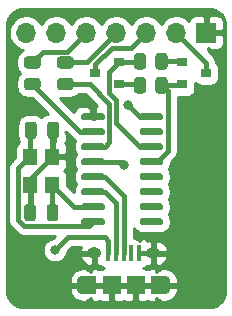
<source format=gbr>
%TF.GenerationSoftware,KiCad,Pcbnew,(5.1.7)-1*%
%TF.CreationDate,2021-02-24T18:36:54+01:00*%
%TF.ProjectId,Temperature-controller-with-ESP8266,54656d70-6572-4617-9475-72652d636f6e,rev?*%
%TF.SameCoordinates,Original*%
%TF.FileFunction,Copper,L1,Top*%
%TF.FilePolarity,Positive*%
%FSLAX46Y46*%
G04 Gerber Fmt 4.6, Leading zero omitted, Abs format (unit mm)*
G04 Created by KiCad (PCBNEW (5.1.7)-1) date 2021-02-24 18:36:54*
%MOMM*%
%LPD*%
G01*
G04 APERTURE LIST*
%TA.AperFunction,SMDPad,CuDef*%
%ADD10R,0.400000X1.350000*%
%TD*%
%TA.AperFunction,ComponentPad*%
%ADD11O,1.250000X0.950000*%
%TD*%
%TA.AperFunction,SMDPad,CuDef*%
%ADD12R,1.500000X1.550000*%
%TD*%
%TA.AperFunction,SMDPad,CuDef*%
%ADD13R,1.200000X1.550000*%
%TD*%
%TA.AperFunction,ComponentPad*%
%ADD14O,0.890000X1.550000*%
%TD*%
%TA.AperFunction,SMDPad,CuDef*%
%ADD15R,0.900000X0.800000*%
%TD*%
%TA.AperFunction,SMDPad,CuDef*%
%ADD16R,1.200000X1.400000*%
%TD*%
%TA.AperFunction,ComponentPad*%
%ADD17R,1.700000X1.700000*%
%TD*%
%TA.AperFunction,ComponentPad*%
%ADD18O,1.700000X1.700000*%
%TD*%
%TA.AperFunction,ViaPad*%
%ADD19C,0.800000*%
%TD*%
%TA.AperFunction,Conductor*%
%ADD20C,0.400000*%
%TD*%
%TA.AperFunction,Conductor*%
%ADD21C,0.600000*%
%TD*%
%TA.AperFunction,Conductor*%
%ADD22C,0.254000*%
%TD*%
%TA.AperFunction,Conductor*%
%ADD23C,0.100000*%
%TD*%
G04 APERTURE END LIST*
%TO.P,C5,2*%
%TO.N,Net-(C5-Pad2)*%
%TA.AperFunction,SMDPad,CuDef*%
G36*
G01*
X127058000Y-88298000D02*
X127058000Y-89248000D01*
G75*
G02*
X126808000Y-89498000I-250000J0D01*
G01*
X126308000Y-89498000D01*
G75*
G02*
X126058000Y-89248000I0J250000D01*
G01*
X126058000Y-88298000D01*
G75*
G02*
X126308000Y-88048000I250000J0D01*
G01*
X126808000Y-88048000D01*
G75*
G02*
X127058000Y-88298000I0J-250000D01*
G01*
G37*
%TD.AperFunction*%
%TO.P,C5,1*%
%TO.N,Net-(C5-Pad1)*%
%TA.AperFunction,SMDPad,CuDef*%
G36*
G01*
X128958000Y-88298000D02*
X128958000Y-89248000D01*
G75*
G02*
X128708000Y-89498000I-250000J0D01*
G01*
X128208000Y-89498000D01*
G75*
G02*
X127958000Y-89248000I0J250000D01*
G01*
X127958000Y-88298000D01*
G75*
G02*
X128208000Y-88048000I250000J0D01*
G01*
X128708000Y-88048000D01*
G75*
G02*
X128958000Y-88298000I0J-250000D01*
G01*
G37*
%TD.AperFunction*%
%TD*%
%TO.P,C6,1*%
%TO.N,Net-(C6-Pad1)*%
%TA.AperFunction,SMDPad,CuDef*%
G36*
G01*
X126124000Y-82263000D02*
X126124000Y-81313000D01*
G75*
G02*
X126374000Y-81063000I250000J0D01*
G01*
X126874000Y-81063000D01*
G75*
G02*
X127124000Y-81313000I0J-250000D01*
G01*
X127124000Y-82263000D01*
G75*
G02*
X126874000Y-82513000I-250000J0D01*
G01*
X126374000Y-82513000D01*
G75*
G02*
X126124000Y-82263000I0J250000D01*
G01*
G37*
%TD.AperFunction*%
%TO.P,C6,2*%
%TO.N,Net-(C5-Pad2)*%
%TA.AperFunction,SMDPad,CuDef*%
G36*
G01*
X128024000Y-82263000D02*
X128024000Y-81313000D01*
G75*
G02*
X128274000Y-81063000I250000J0D01*
G01*
X128774000Y-81063000D01*
G75*
G02*
X129024000Y-81313000I0J-250000D01*
G01*
X129024000Y-82263000D01*
G75*
G02*
X128774000Y-82513000I-250000J0D01*
G01*
X128274000Y-82513000D01*
G75*
G02*
X128024000Y-82263000I0J250000D01*
G01*
G37*
%TD.AperFunction*%
%TD*%
D10*
%TO.P,J11,1*%
%TO.N,Net-(C7-Pad1)*%
X133193000Y-92199000D03*
%TO.P,J11,2*%
%TO.N,Net-(J11-Pad2)*%
X133843000Y-92199000D03*
%TO.P,J11,3*%
%TO.N,Net-(J11-Pad3)*%
X134493000Y-92199000D03*
%TO.P,J11,4*%
%TO.N,N/C*%
X135143000Y-92199000D03*
%TO.P,J11,5*%
%TO.N,Net-(C5-Pad2)*%
X135793000Y-92199000D03*
D11*
%TO.P,J11,6*%
X131993000Y-92199000D03*
X136993000Y-92199000D03*
D12*
X133493000Y-94899000D03*
X135493000Y-94899000D03*
D13*
X131593000Y-94899000D03*
X137393000Y-94899000D03*
D14*
X130993000Y-94899000D03*
X137993000Y-94899000D03*
%TD*%
D15*
%TO.P,Q5,3*%
%TO.N,Net-(J12-Pad3)*%
X132096000Y-76962000D03*
%TO.P,Q5,2*%
%TO.N,RTS1*%
X134096000Y-76012000D03*
%TO.P,Q5,1*%
%TO.N,Net-(Q5-Pad1)*%
X134096000Y-77912000D03*
%TD*%
%TO.P,Q6,1*%
%TO.N,Net-(Q6-Pad1)*%
X139462000Y-76012000D03*
%TO.P,Q6,2*%
%TO.N,DTR1*%
X139462000Y-77912000D03*
%TO.P,Q6,3*%
%TO.N,Net-(J12-Pad2)*%
X141462000Y-76962000D03*
%TD*%
%TO.P,R18,1*%
%TO.N,Net-(J12-Pad5)*%
%TA.AperFunction,SMDPad,CuDef*%
G36*
G01*
X126295998Y-75537000D02*
X127196002Y-75537000D01*
G75*
G02*
X127446000Y-75786998I0J-249998D01*
G01*
X127446000Y-76312002D01*
G75*
G02*
X127196002Y-76562000I-249998J0D01*
G01*
X126295998Y-76562000D01*
G75*
G02*
X126046000Y-76312002I0J249998D01*
G01*
X126046000Y-75786998D01*
G75*
G02*
X126295998Y-75537000I249998J0D01*
G01*
G37*
%TD.AperFunction*%
%TO.P,R18,2*%
%TO.N,Net-(R18-Pad2)*%
%TA.AperFunction,SMDPad,CuDef*%
G36*
G01*
X126295998Y-77362000D02*
X127196002Y-77362000D01*
G75*
G02*
X127446000Y-77611998I0J-249998D01*
G01*
X127446000Y-78137002D01*
G75*
G02*
X127196002Y-78387000I-249998J0D01*
G01*
X126295998Y-78387000D01*
G75*
G02*
X126046000Y-78137002I0J249998D01*
G01*
X126046000Y-77611998D01*
G75*
G02*
X126295998Y-77362000I249998J0D01*
G01*
G37*
%TD.AperFunction*%
%TD*%
%TO.P,R19,2*%
%TO.N,Net-(J12-Pad4)*%
%TA.AperFunction,SMDPad,CuDef*%
G36*
G01*
X129990002Y-76562000D02*
X129089998Y-76562000D01*
G75*
G02*
X128840000Y-76312002I0J249998D01*
G01*
X128840000Y-75786998D01*
G75*
G02*
X129089998Y-75537000I249998J0D01*
G01*
X129990002Y-75537000D01*
G75*
G02*
X130240000Y-75786998I0J-249998D01*
G01*
X130240000Y-76312002D01*
G75*
G02*
X129990002Y-76562000I-249998J0D01*
G01*
G37*
%TD.AperFunction*%
%TO.P,R19,1*%
%TO.N,Net-(R19-Pad1)*%
%TA.AperFunction,SMDPad,CuDef*%
G36*
G01*
X129990002Y-78387000D02*
X129089998Y-78387000D01*
G75*
G02*
X128840000Y-78137002I0J249998D01*
G01*
X128840000Y-77611998D01*
G75*
G02*
X129089998Y-77362000I249998J0D01*
G01*
X129990002Y-77362000D01*
G75*
G02*
X130240000Y-77611998I0J-249998D01*
G01*
X130240000Y-78137002D01*
G75*
G02*
X129990002Y-78387000I-249998J0D01*
G01*
G37*
%TD.AperFunction*%
%TD*%
%TO.P,R20,1*%
%TO.N,Net-(Q5-Pad1)*%
%TA.AperFunction,SMDPad,CuDef*%
G36*
G01*
X135354000Y-78428002D02*
X135354000Y-77527998D01*
G75*
G02*
X135603998Y-77278000I249998J0D01*
G01*
X136129002Y-77278000D01*
G75*
G02*
X136379000Y-77527998I0J-249998D01*
G01*
X136379000Y-78428002D01*
G75*
G02*
X136129002Y-78678000I-249998J0D01*
G01*
X135603998Y-78678000D01*
G75*
G02*
X135354000Y-78428002I0J249998D01*
G01*
G37*
%TD.AperFunction*%
%TO.P,R20,2*%
%TO.N,DTR1*%
%TA.AperFunction,SMDPad,CuDef*%
G36*
G01*
X137179000Y-78428002D02*
X137179000Y-77527998D01*
G75*
G02*
X137428998Y-77278000I249998J0D01*
G01*
X137954002Y-77278000D01*
G75*
G02*
X138204000Y-77527998I0J-249998D01*
G01*
X138204000Y-78428002D01*
G75*
G02*
X137954002Y-78678000I-249998J0D01*
G01*
X137428998Y-78678000D01*
G75*
G02*
X137179000Y-78428002I0J249998D01*
G01*
G37*
%TD.AperFunction*%
%TD*%
%TO.P,R21,2*%
%TO.N,RTS1*%
%TA.AperFunction,SMDPad,CuDef*%
G36*
G01*
X136379000Y-75495998D02*
X136379000Y-76396002D01*
G75*
G02*
X136129002Y-76646000I-249998J0D01*
G01*
X135603998Y-76646000D01*
G75*
G02*
X135354000Y-76396002I0J249998D01*
G01*
X135354000Y-75495998D01*
G75*
G02*
X135603998Y-75246000I249998J0D01*
G01*
X136129002Y-75246000D01*
G75*
G02*
X136379000Y-75495998I0J-249998D01*
G01*
G37*
%TD.AperFunction*%
%TO.P,R21,1*%
%TO.N,Net-(Q6-Pad1)*%
%TA.AperFunction,SMDPad,CuDef*%
G36*
G01*
X138204000Y-75495998D02*
X138204000Y-76396002D01*
G75*
G02*
X137954002Y-76646000I-249998J0D01*
G01*
X137428998Y-76646000D01*
G75*
G02*
X137179000Y-76396002I0J249998D01*
G01*
X137179000Y-75495998D01*
G75*
G02*
X137428998Y-75246000I249998J0D01*
G01*
X137954002Y-75246000D01*
G75*
G02*
X138204000Y-75495998I0J-249998D01*
G01*
G37*
%TD.AperFunction*%
%TD*%
%TO.P,U7,1*%
%TO.N,Net-(C5-Pad2)*%
%TA.AperFunction,SMDPad,CuDef*%
G36*
G01*
X130916000Y-80795000D02*
X130916000Y-80495000D01*
G75*
G02*
X131066000Y-80345000I150000J0D01*
G01*
X132716000Y-80345000D01*
G75*
G02*
X132866000Y-80495000I0J-150000D01*
G01*
X132866000Y-80795000D01*
G75*
G02*
X132716000Y-80945000I-150000J0D01*
G01*
X131066000Y-80945000D01*
G75*
G02*
X130916000Y-80795000I0J150000D01*
G01*
G37*
%TD.AperFunction*%
%TO.P,U7,2*%
%TO.N,Net-(R18-Pad2)*%
%TA.AperFunction,SMDPad,CuDef*%
G36*
G01*
X130916000Y-82065000D02*
X130916000Y-81765000D01*
G75*
G02*
X131066000Y-81615000I150000J0D01*
G01*
X132716000Y-81615000D01*
G75*
G02*
X132866000Y-81765000I0J-150000D01*
G01*
X132866000Y-82065000D01*
G75*
G02*
X132716000Y-82215000I-150000J0D01*
G01*
X131066000Y-82215000D01*
G75*
G02*
X130916000Y-82065000I0J150000D01*
G01*
G37*
%TD.AperFunction*%
%TO.P,U7,3*%
%TO.N,Net-(R19-Pad1)*%
%TA.AperFunction,SMDPad,CuDef*%
G36*
G01*
X130916000Y-83335000D02*
X130916000Y-83035000D01*
G75*
G02*
X131066000Y-82885000I150000J0D01*
G01*
X132716000Y-82885000D01*
G75*
G02*
X132866000Y-83035000I0J-150000D01*
G01*
X132866000Y-83335000D01*
G75*
G02*
X132716000Y-83485000I-150000J0D01*
G01*
X131066000Y-83485000D01*
G75*
G02*
X130916000Y-83335000I0J150000D01*
G01*
G37*
%TD.AperFunction*%
%TO.P,U7,4*%
%TO.N,Net-(C8-Pad1)*%
%TA.AperFunction,SMDPad,CuDef*%
G36*
G01*
X130916000Y-84605000D02*
X130916000Y-84305000D01*
G75*
G02*
X131066000Y-84155000I150000J0D01*
G01*
X132716000Y-84155000D01*
G75*
G02*
X132866000Y-84305000I0J-150000D01*
G01*
X132866000Y-84605000D01*
G75*
G02*
X132716000Y-84755000I-150000J0D01*
G01*
X131066000Y-84755000D01*
G75*
G02*
X130916000Y-84605000I0J150000D01*
G01*
G37*
%TD.AperFunction*%
%TO.P,U7,5*%
%TO.N,Net-(J11-Pad3)*%
%TA.AperFunction,SMDPad,CuDef*%
G36*
G01*
X130916000Y-85875000D02*
X130916000Y-85575000D01*
G75*
G02*
X131066000Y-85425000I150000J0D01*
G01*
X132716000Y-85425000D01*
G75*
G02*
X132866000Y-85575000I0J-150000D01*
G01*
X132866000Y-85875000D01*
G75*
G02*
X132716000Y-86025000I-150000J0D01*
G01*
X131066000Y-86025000D01*
G75*
G02*
X130916000Y-85875000I0J150000D01*
G01*
G37*
%TD.AperFunction*%
%TO.P,U7,6*%
%TO.N,Net-(J11-Pad2)*%
%TA.AperFunction,SMDPad,CuDef*%
G36*
G01*
X130916000Y-87145000D02*
X130916000Y-86845000D01*
G75*
G02*
X131066000Y-86695000I150000J0D01*
G01*
X132716000Y-86695000D01*
G75*
G02*
X132866000Y-86845000I0J-150000D01*
G01*
X132866000Y-87145000D01*
G75*
G02*
X132716000Y-87295000I-150000J0D01*
G01*
X131066000Y-87295000D01*
G75*
G02*
X130916000Y-87145000I0J150000D01*
G01*
G37*
%TD.AperFunction*%
%TO.P,U7,7*%
%TO.N,Net-(C5-Pad1)*%
%TA.AperFunction,SMDPad,CuDef*%
G36*
G01*
X130916000Y-88415000D02*
X130916000Y-88115000D01*
G75*
G02*
X131066000Y-87965000I150000J0D01*
G01*
X132716000Y-87965000D01*
G75*
G02*
X132866000Y-88115000I0J-150000D01*
G01*
X132866000Y-88415000D01*
G75*
G02*
X132716000Y-88565000I-150000J0D01*
G01*
X131066000Y-88565000D01*
G75*
G02*
X130916000Y-88415000I0J150000D01*
G01*
G37*
%TD.AperFunction*%
%TO.P,U7,8*%
%TO.N,Net-(C6-Pad1)*%
%TA.AperFunction,SMDPad,CuDef*%
G36*
G01*
X130916000Y-89685000D02*
X130916000Y-89385000D01*
G75*
G02*
X131066000Y-89235000I150000J0D01*
G01*
X132716000Y-89235000D01*
G75*
G02*
X132866000Y-89385000I0J-150000D01*
G01*
X132866000Y-89685000D01*
G75*
G02*
X132716000Y-89835000I-150000J0D01*
G01*
X131066000Y-89835000D01*
G75*
G02*
X130916000Y-89685000I0J150000D01*
G01*
G37*
%TD.AperFunction*%
%TO.P,U7,9*%
%TO.N,N/C*%
%TA.AperFunction,SMDPad,CuDef*%
G36*
G01*
X135866000Y-89685000D02*
X135866000Y-89385000D01*
G75*
G02*
X136016000Y-89235000I150000J0D01*
G01*
X137666000Y-89235000D01*
G75*
G02*
X137816000Y-89385000I0J-150000D01*
G01*
X137816000Y-89685000D01*
G75*
G02*
X137666000Y-89835000I-150000J0D01*
G01*
X136016000Y-89835000D01*
G75*
G02*
X135866000Y-89685000I0J150000D01*
G01*
G37*
%TD.AperFunction*%
%TO.P,U7,10*%
%TA.AperFunction,SMDPad,CuDef*%
G36*
G01*
X135866000Y-88415000D02*
X135866000Y-88115000D01*
G75*
G02*
X136016000Y-87965000I150000J0D01*
G01*
X137666000Y-87965000D01*
G75*
G02*
X137816000Y-88115000I0J-150000D01*
G01*
X137816000Y-88415000D01*
G75*
G02*
X137666000Y-88565000I-150000J0D01*
G01*
X136016000Y-88565000D01*
G75*
G02*
X135866000Y-88415000I0J150000D01*
G01*
G37*
%TD.AperFunction*%
%TO.P,U7,11*%
%TA.AperFunction,SMDPad,CuDef*%
G36*
G01*
X135866000Y-87145000D02*
X135866000Y-86845000D01*
G75*
G02*
X136016000Y-86695000I150000J0D01*
G01*
X137666000Y-86695000D01*
G75*
G02*
X137816000Y-86845000I0J-150000D01*
G01*
X137816000Y-87145000D01*
G75*
G02*
X137666000Y-87295000I-150000J0D01*
G01*
X136016000Y-87295000D01*
G75*
G02*
X135866000Y-87145000I0J150000D01*
G01*
G37*
%TD.AperFunction*%
%TO.P,U7,12*%
%TA.AperFunction,SMDPad,CuDef*%
G36*
G01*
X135866000Y-85875000D02*
X135866000Y-85575000D01*
G75*
G02*
X136016000Y-85425000I150000J0D01*
G01*
X137666000Y-85425000D01*
G75*
G02*
X137816000Y-85575000I0J-150000D01*
G01*
X137816000Y-85875000D01*
G75*
G02*
X137666000Y-86025000I-150000J0D01*
G01*
X136016000Y-86025000D01*
G75*
G02*
X135866000Y-85875000I0J150000D01*
G01*
G37*
%TD.AperFunction*%
%TO.P,U7,13*%
%TO.N,DTR1*%
%TA.AperFunction,SMDPad,CuDef*%
G36*
G01*
X135866000Y-84605000D02*
X135866000Y-84305000D01*
G75*
G02*
X136016000Y-84155000I150000J0D01*
G01*
X137666000Y-84155000D01*
G75*
G02*
X137816000Y-84305000I0J-150000D01*
G01*
X137816000Y-84605000D01*
G75*
G02*
X137666000Y-84755000I-150000J0D01*
G01*
X136016000Y-84755000D01*
G75*
G02*
X135866000Y-84605000I0J150000D01*
G01*
G37*
%TD.AperFunction*%
%TO.P,U7,14*%
%TO.N,RTS1*%
%TA.AperFunction,SMDPad,CuDef*%
G36*
G01*
X135866000Y-83335000D02*
X135866000Y-83035000D01*
G75*
G02*
X136016000Y-82885000I150000J0D01*
G01*
X137666000Y-82885000D01*
G75*
G02*
X137816000Y-83035000I0J-150000D01*
G01*
X137816000Y-83335000D01*
G75*
G02*
X137666000Y-83485000I-150000J0D01*
G01*
X136016000Y-83485000D01*
G75*
G02*
X135866000Y-83335000I0J150000D01*
G01*
G37*
%TD.AperFunction*%
%TO.P,U7,15*%
%TO.N,N/C*%
%TA.AperFunction,SMDPad,CuDef*%
G36*
G01*
X135866000Y-82065000D02*
X135866000Y-81765000D01*
G75*
G02*
X136016000Y-81615000I150000J0D01*
G01*
X137666000Y-81615000D01*
G75*
G02*
X137816000Y-81765000I0J-150000D01*
G01*
X137816000Y-82065000D01*
G75*
G02*
X137666000Y-82215000I-150000J0D01*
G01*
X136016000Y-82215000D01*
G75*
G02*
X135866000Y-82065000I0J150000D01*
G01*
G37*
%TD.AperFunction*%
%TO.P,U7,16*%
%TO.N,Net-(C8-Pad1)*%
%TA.AperFunction,SMDPad,CuDef*%
G36*
G01*
X135866000Y-80795000D02*
X135866000Y-80495000D01*
G75*
G02*
X136016000Y-80345000I150000J0D01*
G01*
X137666000Y-80345000D01*
G75*
G02*
X137816000Y-80495000I0J-150000D01*
G01*
X137816000Y-80795000D01*
G75*
G02*
X137666000Y-80945000I-150000J0D01*
G01*
X136016000Y-80945000D01*
G75*
G02*
X135866000Y-80795000I0J150000D01*
G01*
G37*
%TD.AperFunction*%
%TD*%
D16*
%TO.P,Y2,1*%
%TO.N,Net-(C5-Pad1)*%
X128458000Y-86417000D03*
%TO.P,Y2,2*%
%TO.N,Net-(C5-Pad2)*%
X128458000Y-84017000D03*
%TO.P,Y2,3*%
%TO.N,Net-(C6-Pad1)*%
X126558000Y-84017000D03*
%TO.P,Y2,4*%
%TO.N,Net-(C5-Pad2)*%
X126558000Y-86417000D03*
%TD*%
D17*
%TO.P,J12,1*%
%TO.N,Net-(C5-Pad2)*%
X141478000Y-73533000D03*
D18*
%TO.P,J12,2*%
%TO.N,Net-(J12-Pad2)*%
X138938000Y-73533000D03*
%TO.P,J12,3*%
%TO.N,Net-(J12-Pad3)*%
X136398000Y-73533000D03*
%TO.P,J12,4*%
%TO.N,Net-(J12-Pad4)*%
X133858000Y-73533000D03*
%TO.P,J12,5*%
%TO.N,Net-(J12-Pad5)*%
X131318000Y-73533000D03*
%TO.P,J12,6*%
%TO.N,Net-(C8-Pad1)*%
X128778000Y-73533000D03*
%TO.P,J12,7*%
%TO.N,Net-(C7-Pad1)*%
X126238000Y-73533000D03*
%TD*%
D19*
%TO.N,Net-(C7-Pad1)*%
X128651000Y-91948000D03*
%TO.N,Net-(C8-Pad1)*%
X134874000Y-79629000D03*
X134493000Y-84709000D03*
%TO.N,Net-(C5-Pad2)*%
X139573000Y-79375000D03*
X129921000Y-84074000D03*
X131191000Y-79248000D03*
%TD*%
D20*
%TO.N,Net-(C5-Pad1)*%
X128458000Y-86417000D02*
X128458000Y-88773000D01*
X130306000Y-88265000D02*
X128458000Y-86417000D01*
X131891000Y-88265000D02*
X130306000Y-88265000D01*
%TO.N,Net-(C6-Pad1)*%
X126558000Y-81854000D02*
X126624000Y-81788000D01*
X126558000Y-84017000D02*
X126558000Y-81854000D01*
X125557999Y-85017001D02*
X126558000Y-84017000D01*
X125557999Y-89417255D02*
X125557999Y-85017001D01*
X126038754Y-89898010D02*
X125557999Y-89417255D01*
X131527990Y-89898010D02*
X126038754Y-89898010D01*
X131891000Y-89535000D02*
X131527990Y-89898010D01*
%TO.N,Net-(C7-Pad1)*%
X128651000Y-91948000D02*
X129794000Y-90805000D01*
X133193000Y-91124000D02*
X133193000Y-92199000D01*
X132874000Y-90805000D02*
X133193000Y-91124000D01*
X129794000Y-90805000D02*
X132874000Y-90805000D01*
%TO.N,Net-(C8-Pad1)*%
X135890000Y-80645000D02*
X134874000Y-79629000D01*
X136841000Y-80645000D02*
X135890000Y-80645000D01*
X134239000Y-84455000D02*
X134493000Y-84709000D01*
X131891000Y-84455000D02*
X134239000Y-84455000D01*
%TO.N,Net-(J11-Pad2)*%
X132866000Y-86995000D02*
X131891000Y-86995000D01*
X133843000Y-87972000D02*
X132866000Y-86995000D01*
X133843000Y-92199000D02*
X133843000Y-87972000D01*
%TO.N,Net-(J11-Pad3)*%
X132866000Y-85725000D02*
X131891000Y-85725000D01*
X134493000Y-87352000D02*
X132866000Y-85725000D01*
X134493000Y-92199000D02*
X134493000Y-87352000D01*
%TO.N,Net-(J12-Pad2)*%
X141462000Y-76057000D02*
X141462000Y-76962000D01*
X138938000Y-73533000D02*
X141462000Y-76057000D01*
%TO.N,Net-(J12-Pad3)*%
X135147999Y-74783001D02*
X136398000Y-73533000D01*
X133474999Y-74783001D02*
X135147999Y-74783001D01*
X132096000Y-76162000D02*
X133474999Y-74783001D01*
X132096000Y-76962000D02*
X132096000Y-76162000D01*
%TO.N,Net-(J12-Pad4)*%
X131341500Y-76049500D02*
X133858000Y-73533000D01*
X129540000Y-76049500D02*
X131341500Y-76049500D01*
%TO.N,Net-(J12-Pad5)*%
X129714010Y-75136990D02*
X131318000Y-73533000D01*
X127658510Y-75136990D02*
X129714010Y-75136990D01*
X126746000Y-76049500D02*
X127658510Y-75136990D01*
%TO.N,RTS1*%
X135800500Y-76012000D02*
X135866500Y-75946000D01*
X134096000Y-76012000D02*
X135800500Y-76012000D01*
X133245999Y-76862001D02*
X134096000Y-76012000D01*
X133866020Y-79252022D02*
X133245999Y-78632001D01*
X133866020Y-81185020D02*
X133866020Y-79252022D01*
X135866000Y-83185000D02*
X133866020Y-81185020D01*
X133245999Y-78632001D02*
X133245999Y-76862001D01*
X136841000Y-83185000D02*
X135866000Y-83185000D01*
%TO.N,Net-(Q5-Pad1)*%
X135800500Y-77912000D02*
X135866500Y-77978000D01*
X134096000Y-77912000D02*
X135800500Y-77912000D01*
%TO.N,Net-(Q6-Pad1)*%
X139396000Y-75946000D02*
X139462000Y-76012000D01*
X137691500Y-75946000D02*
X139396000Y-75946000D01*
%TO.N,DTR1*%
X139396000Y-77978000D02*
X139462000Y-77912000D01*
X137691500Y-77978000D02*
X139396000Y-77978000D01*
X137323834Y-84455000D02*
X136841000Y-84455000D01*
X138216010Y-83562824D02*
X137323834Y-84455000D01*
X138216010Y-78502510D02*
X138216010Y-83562824D01*
X137691500Y-77978000D02*
X138216010Y-78502510D01*
%TO.N,Net-(C5-Pad2)*%
X126558000Y-86417000D02*
X126558000Y-88773000D01*
X128458000Y-81854000D02*
X128524000Y-81788000D01*
X128458000Y-84017000D02*
X128458000Y-81854000D01*
X126558000Y-85917000D02*
X128458000Y-84017000D01*
X126558000Y-86417000D02*
X126558000Y-85917000D01*
X136993000Y-92199000D02*
X135793000Y-92199000D01*
D21*
X131891000Y-79948000D02*
X131191000Y-79248000D01*
X131891000Y-80645000D02*
X131891000Y-79948000D01*
D20*
%TO.N,Net-(R18-Pad2)*%
X130786500Y-81915000D02*
X126746000Y-77874500D01*
X131891000Y-81915000D02*
X130786500Y-81915000D01*
%TO.N,Net-(R19-Pad1)*%
X132866000Y-83185000D02*
X131891000Y-83185000D01*
X133266010Y-82784990D02*
X132866000Y-83185000D01*
X133266010Y-79545010D02*
X133266010Y-82784990D01*
X131595500Y-77874500D02*
X133266010Y-79545010D01*
X129540000Y-77874500D02*
X131595500Y-77874500D01*
%TD*%
D22*
%TO.N,Net-(C5-Pad2)*%
X141997875Y-71555234D02*
X142253622Y-71632448D01*
X142489504Y-71757869D01*
X142696530Y-71926716D01*
X142866813Y-72132554D01*
X142993879Y-72367556D01*
X143072876Y-72622756D01*
X143104001Y-72918891D01*
X143104000Y-95344721D01*
X143074766Y-95642876D01*
X142997551Y-95898624D01*
X142872131Y-96134504D01*
X142703289Y-96341525D01*
X142497446Y-96511813D01*
X142262444Y-96638879D01*
X142007240Y-96717877D01*
X141711118Y-96749000D01*
X126016279Y-96749000D01*
X125718124Y-96719766D01*
X125462376Y-96642551D01*
X125226496Y-96517131D01*
X125019475Y-96348289D01*
X124849187Y-96142446D01*
X124722121Y-95907444D01*
X124643123Y-95652240D01*
X124612000Y-95356118D01*
X124612000Y-95026000D01*
X129913000Y-95026000D01*
X129913000Y-95356000D01*
X129958528Y-95564257D01*
X130043810Y-95759631D01*
X130165569Y-95934613D01*
X130319126Y-96082479D01*
X130498580Y-96197546D01*
X130699787Y-96268435D01*
X130723770Y-96250113D01*
X130748820Y-96263502D01*
X130865998Y-96299048D01*
X130865998Y-96309000D01*
X130961808Y-96309000D01*
X130993000Y-96312072D01*
X131307250Y-96309000D01*
X131381325Y-96234925D01*
X131487420Y-96197546D01*
X131666874Y-96082479D01*
X131720000Y-96031322D01*
X131720000Y-96150250D01*
X131878750Y-96309000D01*
X132193000Y-96312072D01*
X132317482Y-96299812D01*
X132437180Y-96263502D01*
X132468000Y-96247028D01*
X132498820Y-96263502D01*
X132618518Y-96299812D01*
X132743000Y-96312072D01*
X133207250Y-96309000D01*
X133366000Y-96150250D01*
X133366000Y-95026000D01*
X133620000Y-95026000D01*
X133620000Y-96150250D01*
X133778750Y-96309000D01*
X134243000Y-96312072D01*
X134367482Y-96299812D01*
X134487180Y-96263502D01*
X134493000Y-96260391D01*
X134498820Y-96263502D01*
X134618518Y-96299812D01*
X134743000Y-96312072D01*
X135207250Y-96309000D01*
X135366000Y-96150250D01*
X135366000Y-95026000D01*
X135620000Y-95026000D01*
X135620000Y-96150250D01*
X135778750Y-96309000D01*
X136243000Y-96312072D01*
X136367482Y-96299812D01*
X136487180Y-96263502D01*
X136518000Y-96247028D01*
X136548820Y-96263502D01*
X136668518Y-96299812D01*
X136793000Y-96312072D01*
X137107250Y-96309000D01*
X137266000Y-96150250D01*
X137266000Y-96031322D01*
X137319126Y-96082479D01*
X137498580Y-96197546D01*
X137604675Y-96234925D01*
X137678750Y-96309000D01*
X137993000Y-96312072D01*
X138024192Y-96309000D01*
X138120002Y-96309000D01*
X138120002Y-96299048D01*
X138237180Y-96263502D01*
X138262230Y-96250113D01*
X138286213Y-96268435D01*
X138487420Y-96197546D01*
X138666874Y-96082479D01*
X138820431Y-95934613D01*
X138942190Y-95759631D01*
X139027472Y-95564257D01*
X139073000Y-95356000D01*
X139073000Y-95026000D01*
X135620000Y-95026000D01*
X135366000Y-95026000D01*
X133620000Y-95026000D01*
X133366000Y-95026000D01*
X129913000Y-95026000D01*
X124612000Y-95026000D01*
X124612000Y-85017001D01*
X124718959Y-85017001D01*
X124723000Y-85058029D01*
X124722999Y-89376236D01*
X124718959Y-89417255D01*
X124722999Y-89458273D01*
X124735081Y-89580943D01*
X124782827Y-89738341D01*
X124860363Y-89883400D01*
X124964708Y-90010546D01*
X124996578Y-90036701D01*
X125419308Y-90459431D01*
X125445463Y-90491301D01*
X125572608Y-90595646D01*
X125717667Y-90673182D01*
X125875065Y-90720928D01*
X125997735Y-90733010D01*
X125997737Y-90733010D01*
X126038753Y-90737050D01*
X126079769Y-90733010D01*
X128685122Y-90733010D01*
X128494225Y-90923907D01*
X128349102Y-90952774D01*
X128160744Y-91030795D01*
X127991226Y-91144063D01*
X127847063Y-91288226D01*
X127733795Y-91457744D01*
X127655774Y-91646102D01*
X127616000Y-91846061D01*
X127616000Y-92049939D01*
X127655774Y-92249898D01*
X127733795Y-92438256D01*
X127847063Y-92607774D01*
X127991226Y-92751937D01*
X128160744Y-92865205D01*
X128349102Y-92943226D01*
X128549061Y-92983000D01*
X128752939Y-92983000D01*
X128952898Y-92943226D01*
X129141256Y-92865205D01*
X129310774Y-92751937D01*
X129454937Y-92607774D01*
X129528995Y-92496938D01*
X130773732Y-92496938D01*
X130843397Y-92685150D01*
X130957447Y-92870822D01*
X131105529Y-93030676D01*
X131281951Y-93158569D01*
X131479934Y-93249586D01*
X131691869Y-93300230D01*
X131866000Y-93151564D01*
X131866000Y-92326000D01*
X130900266Y-92326000D01*
X130773732Y-92496938D01*
X129528995Y-92496938D01*
X129568205Y-92438256D01*
X129646226Y-92249898D01*
X129675093Y-92104775D01*
X130139868Y-91640000D01*
X130888145Y-91640000D01*
X130843397Y-91712850D01*
X130773732Y-91901062D01*
X130900266Y-92072000D01*
X131866000Y-92072000D01*
X131866000Y-92052000D01*
X132120000Y-92052000D01*
X132120000Y-92072000D01*
X132140000Y-92072000D01*
X132140000Y-92326000D01*
X132120000Y-92326000D01*
X132120000Y-93151564D01*
X132294131Y-93300230D01*
X132484084Y-93254839D01*
X132541815Y-93325185D01*
X132638506Y-93404537D01*
X132748820Y-93463502D01*
X132824527Y-93486467D01*
X132743000Y-93485928D01*
X132618518Y-93498188D01*
X132498820Y-93534498D01*
X132468000Y-93550972D01*
X132437180Y-93534498D01*
X132317482Y-93498188D01*
X132193000Y-93485928D01*
X131878750Y-93489000D01*
X131720000Y-93647750D01*
X131720000Y-93766678D01*
X131666874Y-93715521D01*
X131487420Y-93600454D01*
X131381325Y-93563075D01*
X131307250Y-93489000D01*
X130993000Y-93485928D01*
X130961808Y-93489000D01*
X130865998Y-93489000D01*
X130865998Y-93498952D01*
X130748820Y-93534498D01*
X130723770Y-93547887D01*
X130699787Y-93529565D01*
X130498580Y-93600454D01*
X130319126Y-93715521D01*
X130165569Y-93863387D01*
X130043810Y-94038369D01*
X129958528Y-94233743D01*
X129913000Y-94442000D01*
X129913000Y-94772000D01*
X133366000Y-94772000D01*
X133366000Y-94752000D01*
X133620000Y-94752000D01*
X133620000Y-94772000D01*
X135366000Y-94772000D01*
X135366000Y-94752000D01*
X135620000Y-94752000D01*
X135620000Y-94772000D01*
X139073000Y-94772000D01*
X139073000Y-94442000D01*
X139027472Y-94233743D01*
X138942190Y-94038369D01*
X138820431Y-93863387D01*
X138666874Y-93715521D01*
X138487420Y-93600454D01*
X138286213Y-93529565D01*
X138262230Y-93547887D01*
X138237180Y-93534498D01*
X138120002Y-93498952D01*
X138120002Y-93489000D01*
X138024192Y-93489000D01*
X137993000Y-93485928D01*
X137678750Y-93489000D01*
X137604675Y-93563075D01*
X137498580Y-93600454D01*
X137319126Y-93715521D01*
X137266000Y-93766678D01*
X137266000Y-93647750D01*
X137107250Y-93489000D01*
X136793000Y-93485928D01*
X136668518Y-93498188D01*
X136548820Y-93534498D01*
X136518000Y-93550972D01*
X136487180Y-93534498D01*
X136367482Y-93498188D01*
X136243000Y-93485928D01*
X136162629Y-93486460D01*
X136246576Y-93459521D01*
X136355933Y-93398800D01*
X136451343Y-93317912D01*
X136501515Y-93254743D01*
X136691869Y-93300230D01*
X136866000Y-93151564D01*
X136866000Y-92326000D01*
X137120000Y-92326000D01*
X137120000Y-93151564D01*
X137294131Y-93300230D01*
X137506066Y-93249586D01*
X137704049Y-93158569D01*
X137880471Y-93030676D01*
X138028553Y-92870822D01*
X138142603Y-92685150D01*
X138212268Y-92496938D01*
X138085734Y-92326000D01*
X137120000Y-92326000D01*
X136866000Y-92326000D01*
X136846000Y-92326000D01*
X136846000Y-92072000D01*
X136866000Y-92072000D01*
X136866000Y-91246436D01*
X137120000Y-91246436D01*
X137120000Y-92072000D01*
X138085734Y-92072000D01*
X138212268Y-91901062D01*
X138142603Y-91712850D01*
X138028553Y-91527178D01*
X137880471Y-91367324D01*
X137704049Y-91239431D01*
X137506066Y-91148414D01*
X137294131Y-91097770D01*
X137120000Y-91246436D01*
X136866000Y-91246436D01*
X136691869Y-91097770D01*
X136501515Y-91143257D01*
X136451343Y-91080088D01*
X136355933Y-90999200D01*
X136246576Y-90938479D01*
X136127474Y-90900259D01*
X136024750Y-90889000D01*
X135866000Y-91047750D01*
X135866000Y-91160322D01*
X135794185Y-91072815D01*
X135697494Y-90993463D01*
X135629218Y-90956968D01*
X135561250Y-90889000D01*
X135470120Y-90898988D01*
X135467482Y-90898188D01*
X135343000Y-90885928D01*
X135328000Y-90885928D01*
X135328000Y-90061573D01*
X135360742Y-90122829D01*
X135458749Y-90242251D01*
X135578171Y-90340258D01*
X135714418Y-90413084D01*
X135862255Y-90457929D01*
X136016000Y-90473072D01*
X137666000Y-90473072D01*
X137819745Y-90457929D01*
X137967582Y-90413084D01*
X138103829Y-90340258D01*
X138223251Y-90242251D01*
X138321258Y-90122829D01*
X138394084Y-89986582D01*
X138438929Y-89838745D01*
X138454072Y-89685000D01*
X138454072Y-89385000D01*
X138438929Y-89231255D01*
X138394084Y-89083418D01*
X138321258Y-88947171D01*
X138282546Y-88900000D01*
X138321258Y-88852829D01*
X138394084Y-88716582D01*
X138438929Y-88568745D01*
X138454072Y-88415000D01*
X138454072Y-88115000D01*
X138438929Y-87961255D01*
X138394084Y-87813418D01*
X138321258Y-87677171D01*
X138282546Y-87630000D01*
X138321258Y-87582829D01*
X138394084Y-87446582D01*
X138438929Y-87298745D01*
X138454072Y-87145000D01*
X138454072Y-86845000D01*
X138438929Y-86691255D01*
X138394084Y-86543418D01*
X138321258Y-86407171D01*
X138282546Y-86360000D01*
X138321258Y-86312829D01*
X138394084Y-86176582D01*
X138438929Y-86028745D01*
X138454072Y-85875000D01*
X138454072Y-85575000D01*
X138438929Y-85421255D01*
X138394084Y-85273418D01*
X138321258Y-85137171D01*
X138282546Y-85090000D01*
X138321258Y-85042829D01*
X138394084Y-84906582D01*
X138438929Y-84758745D01*
X138454072Y-84605000D01*
X138454072Y-84505630D01*
X138777436Y-84182266D01*
X138809301Y-84156115D01*
X138913646Y-84028970D01*
X138991182Y-83883911D01*
X139038928Y-83726513D01*
X139051010Y-83603843D01*
X139051010Y-83603833D01*
X139055049Y-83562825D01*
X139051010Y-83521817D01*
X139051010Y-78950072D01*
X139912000Y-78950072D01*
X140036482Y-78937812D01*
X140156180Y-78901502D01*
X140266494Y-78842537D01*
X140363185Y-78763185D01*
X140442537Y-78666494D01*
X140501502Y-78556180D01*
X140537812Y-78436482D01*
X140550072Y-78312000D01*
X140550072Y-77800095D01*
X140560815Y-77813185D01*
X140657506Y-77892537D01*
X140767820Y-77951502D01*
X140887518Y-77987812D01*
X141012000Y-78000072D01*
X141912000Y-78000072D01*
X142036482Y-77987812D01*
X142156180Y-77951502D01*
X142266494Y-77892537D01*
X142363185Y-77813185D01*
X142442537Y-77716494D01*
X142501502Y-77606180D01*
X142537812Y-77486482D01*
X142550072Y-77362000D01*
X142550072Y-76562000D01*
X142537812Y-76437518D01*
X142501502Y-76317820D01*
X142442537Y-76207506D01*
X142363185Y-76110815D01*
X142300783Y-76059604D01*
X142301040Y-76056999D01*
X142284918Y-75893311D01*
X142237172Y-75735913D01*
X142159636Y-75590854D01*
X142122706Y-75545855D01*
X142055291Y-75463709D01*
X142023428Y-75437560D01*
X141603868Y-75018000D01*
X141605002Y-75018000D01*
X141605002Y-74859252D01*
X141763750Y-75018000D01*
X142328000Y-75021072D01*
X142452482Y-75008812D01*
X142572180Y-74972502D01*
X142682494Y-74913537D01*
X142779185Y-74834185D01*
X142858537Y-74737494D01*
X142917502Y-74627180D01*
X142953812Y-74507482D01*
X142966072Y-74383000D01*
X142963000Y-73818750D01*
X142804250Y-73660000D01*
X141605000Y-73660000D01*
X141605000Y-73680000D01*
X141351000Y-73680000D01*
X141351000Y-73660000D01*
X141331000Y-73660000D01*
X141331000Y-73406000D01*
X141351000Y-73406000D01*
X141351000Y-72206750D01*
X141605000Y-72206750D01*
X141605000Y-73406000D01*
X142804250Y-73406000D01*
X142963000Y-73247250D01*
X142966072Y-72683000D01*
X142953812Y-72558518D01*
X142917502Y-72438820D01*
X142858537Y-72328506D01*
X142779185Y-72231815D01*
X142682494Y-72152463D01*
X142572180Y-72093498D01*
X142452482Y-72057188D01*
X142328000Y-72044928D01*
X141763750Y-72048000D01*
X141605000Y-72206750D01*
X141351000Y-72206750D01*
X141192250Y-72048000D01*
X140628000Y-72044928D01*
X140503518Y-72057188D01*
X140383820Y-72093498D01*
X140273506Y-72152463D01*
X140176815Y-72231815D01*
X140097463Y-72328506D01*
X140038498Y-72438820D01*
X140016487Y-72511380D01*
X139884632Y-72379525D01*
X139641411Y-72217010D01*
X139371158Y-72105068D01*
X139084260Y-72048000D01*
X138791740Y-72048000D01*
X138504842Y-72105068D01*
X138234589Y-72217010D01*
X137991368Y-72379525D01*
X137784525Y-72586368D01*
X137668000Y-72760760D01*
X137551475Y-72586368D01*
X137344632Y-72379525D01*
X137101411Y-72217010D01*
X136831158Y-72105068D01*
X136544260Y-72048000D01*
X136251740Y-72048000D01*
X135964842Y-72105068D01*
X135694589Y-72217010D01*
X135451368Y-72379525D01*
X135244525Y-72586368D01*
X135128000Y-72760760D01*
X135011475Y-72586368D01*
X134804632Y-72379525D01*
X134561411Y-72217010D01*
X134291158Y-72105068D01*
X134004260Y-72048000D01*
X133711740Y-72048000D01*
X133424842Y-72105068D01*
X133154589Y-72217010D01*
X132911368Y-72379525D01*
X132704525Y-72586368D01*
X132588000Y-72760760D01*
X132471475Y-72586368D01*
X132264632Y-72379525D01*
X132021411Y-72217010D01*
X131751158Y-72105068D01*
X131464260Y-72048000D01*
X131171740Y-72048000D01*
X130884842Y-72105068D01*
X130614589Y-72217010D01*
X130371368Y-72379525D01*
X130164525Y-72586368D01*
X130048000Y-72760760D01*
X129931475Y-72586368D01*
X129724632Y-72379525D01*
X129481411Y-72217010D01*
X129211158Y-72105068D01*
X128924260Y-72048000D01*
X128631740Y-72048000D01*
X128344842Y-72105068D01*
X128074589Y-72217010D01*
X127831368Y-72379525D01*
X127624525Y-72586368D01*
X127508000Y-72760760D01*
X127391475Y-72586368D01*
X127184632Y-72379525D01*
X126941411Y-72217010D01*
X126671158Y-72105068D01*
X126384260Y-72048000D01*
X126091740Y-72048000D01*
X125804842Y-72105068D01*
X125534589Y-72217010D01*
X125291368Y-72379525D01*
X125084525Y-72586368D01*
X124922010Y-72829589D01*
X124810068Y-73099842D01*
X124753000Y-73386740D01*
X124753000Y-73679260D01*
X124810068Y-73966158D01*
X124922010Y-74236411D01*
X125084525Y-74479632D01*
X125291368Y-74686475D01*
X125534589Y-74848990D01*
X125804842Y-74960932D01*
X125922742Y-74984384D01*
X125802613Y-75048595D01*
X125668038Y-75159038D01*
X125557595Y-75293613D01*
X125475528Y-75447148D01*
X125424992Y-75613744D01*
X125407928Y-75786998D01*
X125407928Y-76312002D01*
X125424992Y-76485256D01*
X125475528Y-76651852D01*
X125557595Y-76805387D01*
X125668038Y-76939962D01*
X125694891Y-76962000D01*
X125668038Y-76984038D01*
X125557595Y-77118613D01*
X125475528Y-77272148D01*
X125424992Y-77438744D01*
X125407928Y-77611998D01*
X125407928Y-78137002D01*
X125424992Y-78310256D01*
X125475528Y-78476852D01*
X125557595Y-78630387D01*
X125668038Y-78764962D01*
X125802613Y-78875405D01*
X125956148Y-78957472D01*
X126122744Y-79008008D01*
X126295998Y-79025072D01*
X126715705Y-79025072D01*
X128116892Y-80426260D01*
X128024000Y-80424928D01*
X127899518Y-80437188D01*
X127779820Y-80473498D01*
X127669506Y-80532463D01*
X127572815Y-80611815D01*
X127507342Y-80691594D01*
X127501962Y-80685038D01*
X127367386Y-80574595D01*
X127213850Y-80492528D01*
X127047254Y-80441992D01*
X126874000Y-80424928D01*
X126374000Y-80424928D01*
X126200746Y-80441992D01*
X126034150Y-80492528D01*
X125880614Y-80574595D01*
X125746038Y-80685038D01*
X125635595Y-80819614D01*
X125553528Y-80973150D01*
X125502992Y-81139746D01*
X125485928Y-81313000D01*
X125485928Y-82263000D01*
X125502992Y-82436254D01*
X125553528Y-82602850D01*
X125635595Y-82756386D01*
X125642968Y-82765370D01*
X125603506Y-82786463D01*
X125506815Y-82865815D01*
X125427463Y-82962506D01*
X125368498Y-83072820D01*
X125332188Y-83192518D01*
X125319928Y-83317000D01*
X125319928Y-84074205D01*
X124996573Y-84397560D01*
X124964709Y-84423710D01*
X124938561Y-84455572D01*
X124860363Y-84550856D01*
X124782827Y-84695915D01*
X124735081Y-84853313D01*
X124718959Y-85017001D01*
X124612000Y-85017001D01*
X124612000Y-72930279D01*
X124641234Y-72632125D01*
X124718448Y-72376378D01*
X124843869Y-72140496D01*
X125012716Y-71933470D01*
X125218554Y-71763187D01*
X125453556Y-71636121D01*
X125708756Y-71557124D01*
X126004882Y-71526000D01*
X141699721Y-71526000D01*
X141997875Y-71555234D01*
%TA.AperFunction,Conductor*%
D23*
G36*
X141997875Y-71555234D02*
G01*
X142253622Y-71632448D01*
X142489504Y-71757869D01*
X142696530Y-71926716D01*
X142866813Y-72132554D01*
X142993879Y-72367556D01*
X143072876Y-72622756D01*
X143104001Y-72918891D01*
X143104000Y-95344721D01*
X143074766Y-95642876D01*
X142997551Y-95898624D01*
X142872131Y-96134504D01*
X142703289Y-96341525D01*
X142497446Y-96511813D01*
X142262444Y-96638879D01*
X142007240Y-96717877D01*
X141711118Y-96749000D01*
X126016279Y-96749000D01*
X125718124Y-96719766D01*
X125462376Y-96642551D01*
X125226496Y-96517131D01*
X125019475Y-96348289D01*
X124849187Y-96142446D01*
X124722121Y-95907444D01*
X124643123Y-95652240D01*
X124612000Y-95356118D01*
X124612000Y-95026000D01*
X129913000Y-95026000D01*
X129913000Y-95356000D01*
X129958528Y-95564257D01*
X130043810Y-95759631D01*
X130165569Y-95934613D01*
X130319126Y-96082479D01*
X130498580Y-96197546D01*
X130699787Y-96268435D01*
X130723770Y-96250113D01*
X130748820Y-96263502D01*
X130865998Y-96299048D01*
X130865998Y-96309000D01*
X130961808Y-96309000D01*
X130993000Y-96312072D01*
X131307250Y-96309000D01*
X131381325Y-96234925D01*
X131487420Y-96197546D01*
X131666874Y-96082479D01*
X131720000Y-96031322D01*
X131720000Y-96150250D01*
X131878750Y-96309000D01*
X132193000Y-96312072D01*
X132317482Y-96299812D01*
X132437180Y-96263502D01*
X132468000Y-96247028D01*
X132498820Y-96263502D01*
X132618518Y-96299812D01*
X132743000Y-96312072D01*
X133207250Y-96309000D01*
X133366000Y-96150250D01*
X133366000Y-95026000D01*
X133620000Y-95026000D01*
X133620000Y-96150250D01*
X133778750Y-96309000D01*
X134243000Y-96312072D01*
X134367482Y-96299812D01*
X134487180Y-96263502D01*
X134493000Y-96260391D01*
X134498820Y-96263502D01*
X134618518Y-96299812D01*
X134743000Y-96312072D01*
X135207250Y-96309000D01*
X135366000Y-96150250D01*
X135366000Y-95026000D01*
X135620000Y-95026000D01*
X135620000Y-96150250D01*
X135778750Y-96309000D01*
X136243000Y-96312072D01*
X136367482Y-96299812D01*
X136487180Y-96263502D01*
X136518000Y-96247028D01*
X136548820Y-96263502D01*
X136668518Y-96299812D01*
X136793000Y-96312072D01*
X137107250Y-96309000D01*
X137266000Y-96150250D01*
X137266000Y-96031322D01*
X137319126Y-96082479D01*
X137498580Y-96197546D01*
X137604675Y-96234925D01*
X137678750Y-96309000D01*
X137993000Y-96312072D01*
X138024192Y-96309000D01*
X138120002Y-96309000D01*
X138120002Y-96299048D01*
X138237180Y-96263502D01*
X138262230Y-96250113D01*
X138286213Y-96268435D01*
X138487420Y-96197546D01*
X138666874Y-96082479D01*
X138820431Y-95934613D01*
X138942190Y-95759631D01*
X139027472Y-95564257D01*
X139073000Y-95356000D01*
X139073000Y-95026000D01*
X135620000Y-95026000D01*
X135366000Y-95026000D01*
X133620000Y-95026000D01*
X133366000Y-95026000D01*
X129913000Y-95026000D01*
X124612000Y-95026000D01*
X124612000Y-85017001D01*
X124718959Y-85017001D01*
X124723000Y-85058029D01*
X124722999Y-89376236D01*
X124718959Y-89417255D01*
X124722999Y-89458273D01*
X124735081Y-89580943D01*
X124782827Y-89738341D01*
X124860363Y-89883400D01*
X124964708Y-90010546D01*
X124996578Y-90036701D01*
X125419308Y-90459431D01*
X125445463Y-90491301D01*
X125572608Y-90595646D01*
X125717667Y-90673182D01*
X125875065Y-90720928D01*
X125997735Y-90733010D01*
X125997737Y-90733010D01*
X126038753Y-90737050D01*
X126079769Y-90733010D01*
X128685122Y-90733010D01*
X128494225Y-90923907D01*
X128349102Y-90952774D01*
X128160744Y-91030795D01*
X127991226Y-91144063D01*
X127847063Y-91288226D01*
X127733795Y-91457744D01*
X127655774Y-91646102D01*
X127616000Y-91846061D01*
X127616000Y-92049939D01*
X127655774Y-92249898D01*
X127733795Y-92438256D01*
X127847063Y-92607774D01*
X127991226Y-92751937D01*
X128160744Y-92865205D01*
X128349102Y-92943226D01*
X128549061Y-92983000D01*
X128752939Y-92983000D01*
X128952898Y-92943226D01*
X129141256Y-92865205D01*
X129310774Y-92751937D01*
X129454937Y-92607774D01*
X129528995Y-92496938D01*
X130773732Y-92496938D01*
X130843397Y-92685150D01*
X130957447Y-92870822D01*
X131105529Y-93030676D01*
X131281951Y-93158569D01*
X131479934Y-93249586D01*
X131691869Y-93300230D01*
X131866000Y-93151564D01*
X131866000Y-92326000D01*
X130900266Y-92326000D01*
X130773732Y-92496938D01*
X129528995Y-92496938D01*
X129568205Y-92438256D01*
X129646226Y-92249898D01*
X129675093Y-92104775D01*
X130139868Y-91640000D01*
X130888145Y-91640000D01*
X130843397Y-91712850D01*
X130773732Y-91901062D01*
X130900266Y-92072000D01*
X131866000Y-92072000D01*
X131866000Y-92052000D01*
X132120000Y-92052000D01*
X132120000Y-92072000D01*
X132140000Y-92072000D01*
X132140000Y-92326000D01*
X132120000Y-92326000D01*
X132120000Y-93151564D01*
X132294131Y-93300230D01*
X132484084Y-93254839D01*
X132541815Y-93325185D01*
X132638506Y-93404537D01*
X132748820Y-93463502D01*
X132824527Y-93486467D01*
X132743000Y-93485928D01*
X132618518Y-93498188D01*
X132498820Y-93534498D01*
X132468000Y-93550972D01*
X132437180Y-93534498D01*
X132317482Y-93498188D01*
X132193000Y-93485928D01*
X131878750Y-93489000D01*
X131720000Y-93647750D01*
X131720000Y-93766678D01*
X131666874Y-93715521D01*
X131487420Y-93600454D01*
X131381325Y-93563075D01*
X131307250Y-93489000D01*
X130993000Y-93485928D01*
X130961808Y-93489000D01*
X130865998Y-93489000D01*
X130865998Y-93498952D01*
X130748820Y-93534498D01*
X130723770Y-93547887D01*
X130699787Y-93529565D01*
X130498580Y-93600454D01*
X130319126Y-93715521D01*
X130165569Y-93863387D01*
X130043810Y-94038369D01*
X129958528Y-94233743D01*
X129913000Y-94442000D01*
X129913000Y-94772000D01*
X133366000Y-94772000D01*
X133366000Y-94752000D01*
X133620000Y-94752000D01*
X133620000Y-94772000D01*
X135366000Y-94772000D01*
X135366000Y-94752000D01*
X135620000Y-94752000D01*
X135620000Y-94772000D01*
X139073000Y-94772000D01*
X139073000Y-94442000D01*
X139027472Y-94233743D01*
X138942190Y-94038369D01*
X138820431Y-93863387D01*
X138666874Y-93715521D01*
X138487420Y-93600454D01*
X138286213Y-93529565D01*
X138262230Y-93547887D01*
X138237180Y-93534498D01*
X138120002Y-93498952D01*
X138120002Y-93489000D01*
X138024192Y-93489000D01*
X137993000Y-93485928D01*
X137678750Y-93489000D01*
X137604675Y-93563075D01*
X137498580Y-93600454D01*
X137319126Y-93715521D01*
X137266000Y-93766678D01*
X137266000Y-93647750D01*
X137107250Y-93489000D01*
X136793000Y-93485928D01*
X136668518Y-93498188D01*
X136548820Y-93534498D01*
X136518000Y-93550972D01*
X136487180Y-93534498D01*
X136367482Y-93498188D01*
X136243000Y-93485928D01*
X136162629Y-93486460D01*
X136246576Y-93459521D01*
X136355933Y-93398800D01*
X136451343Y-93317912D01*
X136501515Y-93254743D01*
X136691869Y-93300230D01*
X136866000Y-93151564D01*
X136866000Y-92326000D01*
X137120000Y-92326000D01*
X137120000Y-93151564D01*
X137294131Y-93300230D01*
X137506066Y-93249586D01*
X137704049Y-93158569D01*
X137880471Y-93030676D01*
X138028553Y-92870822D01*
X138142603Y-92685150D01*
X138212268Y-92496938D01*
X138085734Y-92326000D01*
X137120000Y-92326000D01*
X136866000Y-92326000D01*
X136846000Y-92326000D01*
X136846000Y-92072000D01*
X136866000Y-92072000D01*
X136866000Y-91246436D01*
X137120000Y-91246436D01*
X137120000Y-92072000D01*
X138085734Y-92072000D01*
X138212268Y-91901062D01*
X138142603Y-91712850D01*
X138028553Y-91527178D01*
X137880471Y-91367324D01*
X137704049Y-91239431D01*
X137506066Y-91148414D01*
X137294131Y-91097770D01*
X137120000Y-91246436D01*
X136866000Y-91246436D01*
X136691869Y-91097770D01*
X136501515Y-91143257D01*
X136451343Y-91080088D01*
X136355933Y-90999200D01*
X136246576Y-90938479D01*
X136127474Y-90900259D01*
X136024750Y-90889000D01*
X135866000Y-91047750D01*
X135866000Y-91160322D01*
X135794185Y-91072815D01*
X135697494Y-90993463D01*
X135629218Y-90956968D01*
X135561250Y-90889000D01*
X135470120Y-90898988D01*
X135467482Y-90898188D01*
X135343000Y-90885928D01*
X135328000Y-90885928D01*
X135328000Y-90061573D01*
X135360742Y-90122829D01*
X135458749Y-90242251D01*
X135578171Y-90340258D01*
X135714418Y-90413084D01*
X135862255Y-90457929D01*
X136016000Y-90473072D01*
X137666000Y-90473072D01*
X137819745Y-90457929D01*
X137967582Y-90413084D01*
X138103829Y-90340258D01*
X138223251Y-90242251D01*
X138321258Y-90122829D01*
X138394084Y-89986582D01*
X138438929Y-89838745D01*
X138454072Y-89685000D01*
X138454072Y-89385000D01*
X138438929Y-89231255D01*
X138394084Y-89083418D01*
X138321258Y-88947171D01*
X138282546Y-88900000D01*
X138321258Y-88852829D01*
X138394084Y-88716582D01*
X138438929Y-88568745D01*
X138454072Y-88415000D01*
X138454072Y-88115000D01*
X138438929Y-87961255D01*
X138394084Y-87813418D01*
X138321258Y-87677171D01*
X138282546Y-87630000D01*
X138321258Y-87582829D01*
X138394084Y-87446582D01*
X138438929Y-87298745D01*
X138454072Y-87145000D01*
X138454072Y-86845000D01*
X138438929Y-86691255D01*
X138394084Y-86543418D01*
X138321258Y-86407171D01*
X138282546Y-86360000D01*
X138321258Y-86312829D01*
X138394084Y-86176582D01*
X138438929Y-86028745D01*
X138454072Y-85875000D01*
X138454072Y-85575000D01*
X138438929Y-85421255D01*
X138394084Y-85273418D01*
X138321258Y-85137171D01*
X138282546Y-85090000D01*
X138321258Y-85042829D01*
X138394084Y-84906582D01*
X138438929Y-84758745D01*
X138454072Y-84605000D01*
X138454072Y-84505630D01*
X138777436Y-84182266D01*
X138809301Y-84156115D01*
X138913646Y-84028970D01*
X138991182Y-83883911D01*
X139038928Y-83726513D01*
X139051010Y-83603843D01*
X139051010Y-83603833D01*
X139055049Y-83562825D01*
X139051010Y-83521817D01*
X139051010Y-78950072D01*
X139912000Y-78950072D01*
X140036482Y-78937812D01*
X140156180Y-78901502D01*
X140266494Y-78842537D01*
X140363185Y-78763185D01*
X140442537Y-78666494D01*
X140501502Y-78556180D01*
X140537812Y-78436482D01*
X140550072Y-78312000D01*
X140550072Y-77800095D01*
X140560815Y-77813185D01*
X140657506Y-77892537D01*
X140767820Y-77951502D01*
X140887518Y-77987812D01*
X141012000Y-78000072D01*
X141912000Y-78000072D01*
X142036482Y-77987812D01*
X142156180Y-77951502D01*
X142266494Y-77892537D01*
X142363185Y-77813185D01*
X142442537Y-77716494D01*
X142501502Y-77606180D01*
X142537812Y-77486482D01*
X142550072Y-77362000D01*
X142550072Y-76562000D01*
X142537812Y-76437518D01*
X142501502Y-76317820D01*
X142442537Y-76207506D01*
X142363185Y-76110815D01*
X142300783Y-76059604D01*
X142301040Y-76056999D01*
X142284918Y-75893311D01*
X142237172Y-75735913D01*
X142159636Y-75590854D01*
X142122706Y-75545855D01*
X142055291Y-75463709D01*
X142023428Y-75437560D01*
X141603868Y-75018000D01*
X141605002Y-75018000D01*
X141605002Y-74859252D01*
X141763750Y-75018000D01*
X142328000Y-75021072D01*
X142452482Y-75008812D01*
X142572180Y-74972502D01*
X142682494Y-74913537D01*
X142779185Y-74834185D01*
X142858537Y-74737494D01*
X142917502Y-74627180D01*
X142953812Y-74507482D01*
X142966072Y-74383000D01*
X142963000Y-73818750D01*
X142804250Y-73660000D01*
X141605000Y-73660000D01*
X141605000Y-73680000D01*
X141351000Y-73680000D01*
X141351000Y-73660000D01*
X141331000Y-73660000D01*
X141331000Y-73406000D01*
X141351000Y-73406000D01*
X141351000Y-72206750D01*
X141605000Y-72206750D01*
X141605000Y-73406000D01*
X142804250Y-73406000D01*
X142963000Y-73247250D01*
X142966072Y-72683000D01*
X142953812Y-72558518D01*
X142917502Y-72438820D01*
X142858537Y-72328506D01*
X142779185Y-72231815D01*
X142682494Y-72152463D01*
X142572180Y-72093498D01*
X142452482Y-72057188D01*
X142328000Y-72044928D01*
X141763750Y-72048000D01*
X141605000Y-72206750D01*
X141351000Y-72206750D01*
X141192250Y-72048000D01*
X140628000Y-72044928D01*
X140503518Y-72057188D01*
X140383820Y-72093498D01*
X140273506Y-72152463D01*
X140176815Y-72231815D01*
X140097463Y-72328506D01*
X140038498Y-72438820D01*
X140016487Y-72511380D01*
X139884632Y-72379525D01*
X139641411Y-72217010D01*
X139371158Y-72105068D01*
X139084260Y-72048000D01*
X138791740Y-72048000D01*
X138504842Y-72105068D01*
X138234589Y-72217010D01*
X137991368Y-72379525D01*
X137784525Y-72586368D01*
X137668000Y-72760760D01*
X137551475Y-72586368D01*
X137344632Y-72379525D01*
X137101411Y-72217010D01*
X136831158Y-72105068D01*
X136544260Y-72048000D01*
X136251740Y-72048000D01*
X135964842Y-72105068D01*
X135694589Y-72217010D01*
X135451368Y-72379525D01*
X135244525Y-72586368D01*
X135128000Y-72760760D01*
X135011475Y-72586368D01*
X134804632Y-72379525D01*
X134561411Y-72217010D01*
X134291158Y-72105068D01*
X134004260Y-72048000D01*
X133711740Y-72048000D01*
X133424842Y-72105068D01*
X133154589Y-72217010D01*
X132911368Y-72379525D01*
X132704525Y-72586368D01*
X132588000Y-72760760D01*
X132471475Y-72586368D01*
X132264632Y-72379525D01*
X132021411Y-72217010D01*
X131751158Y-72105068D01*
X131464260Y-72048000D01*
X131171740Y-72048000D01*
X130884842Y-72105068D01*
X130614589Y-72217010D01*
X130371368Y-72379525D01*
X130164525Y-72586368D01*
X130048000Y-72760760D01*
X129931475Y-72586368D01*
X129724632Y-72379525D01*
X129481411Y-72217010D01*
X129211158Y-72105068D01*
X128924260Y-72048000D01*
X128631740Y-72048000D01*
X128344842Y-72105068D01*
X128074589Y-72217010D01*
X127831368Y-72379525D01*
X127624525Y-72586368D01*
X127508000Y-72760760D01*
X127391475Y-72586368D01*
X127184632Y-72379525D01*
X126941411Y-72217010D01*
X126671158Y-72105068D01*
X126384260Y-72048000D01*
X126091740Y-72048000D01*
X125804842Y-72105068D01*
X125534589Y-72217010D01*
X125291368Y-72379525D01*
X125084525Y-72586368D01*
X124922010Y-72829589D01*
X124810068Y-73099842D01*
X124753000Y-73386740D01*
X124753000Y-73679260D01*
X124810068Y-73966158D01*
X124922010Y-74236411D01*
X125084525Y-74479632D01*
X125291368Y-74686475D01*
X125534589Y-74848990D01*
X125804842Y-74960932D01*
X125922742Y-74984384D01*
X125802613Y-75048595D01*
X125668038Y-75159038D01*
X125557595Y-75293613D01*
X125475528Y-75447148D01*
X125424992Y-75613744D01*
X125407928Y-75786998D01*
X125407928Y-76312002D01*
X125424992Y-76485256D01*
X125475528Y-76651852D01*
X125557595Y-76805387D01*
X125668038Y-76939962D01*
X125694891Y-76962000D01*
X125668038Y-76984038D01*
X125557595Y-77118613D01*
X125475528Y-77272148D01*
X125424992Y-77438744D01*
X125407928Y-77611998D01*
X125407928Y-78137002D01*
X125424992Y-78310256D01*
X125475528Y-78476852D01*
X125557595Y-78630387D01*
X125668038Y-78764962D01*
X125802613Y-78875405D01*
X125956148Y-78957472D01*
X126122744Y-79008008D01*
X126295998Y-79025072D01*
X126715705Y-79025072D01*
X128116892Y-80426260D01*
X128024000Y-80424928D01*
X127899518Y-80437188D01*
X127779820Y-80473498D01*
X127669506Y-80532463D01*
X127572815Y-80611815D01*
X127507342Y-80691594D01*
X127501962Y-80685038D01*
X127367386Y-80574595D01*
X127213850Y-80492528D01*
X127047254Y-80441992D01*
X126874000Y-80424928D01*
X126374000Y-80424928D01*
X126200746Y-80441992D01*
X126034150Y-80492528D01*
X125880614Y-80574595D01*
X125746038Y-80685038D01*
X125635595Y-80819614D01*
X125553528Y-80973150D01*
X125502992Y-81139746D01*
X125485928Y-81313000D01*
X125485928Y-82263000D01*
X125502992Y-82436254D01*
X125553528Y-82602850D01*
X125635595Y-82756386D01*
X125642968Y-82765370D01*
X125603506Y-82786463D01*
X125506815Y-82865815D01*
X125427463Y-82962506D01*
X125368498Y-83072820D01*
X125332188Y-83192518D01*
X125319928Y-83317000D01*
X125319928Y-84074205D01*
X124996573Y-84397560D01*
X124964709Y-84423710D01*
X124938561Y-84455572D01*
X124860363Y-84550856D01*
X124782827Y-84695915D01*
X124735081Y-84853313D01*
X124718959Y-85017001D01*
X124612000Y-85017001D01*
X124612000Y-72930279D01*
X124641234Y-72632125D01*
X124718448Y-72376378D01*
X124843869Y-72140496D01*
X125012716Y-71933470D01*
X125218554Y-71763187D01*
X125453556Y-71636121D01*
X125708756Y-71557124D01*
X126004882Y-71526000D01*
X141699721Y-71526000D01*
X141997875Y-71555234D01*
G37*
%TD.AperFunction*%
D22*
X126685000Y-86290000D02*
X126705000Y-86290000D01*
X126705000Y-86544000D01*
X126685000Y-86544000D01*
X126685000Y-88646000D01*
X126705000Y-88646000D01*
X126705000Y-88900000D01*
X126685000Y-88900000D01*
X126685000Y-88920000D01*
X126431000Y-88920000D01*
X126431000Y-88900000D01*
X126411000Y-88900000D01*
X126411000Y-88646000D01*
X126431000Y-88646000D01*
X126431000Y-86544000D01*
X126411000Y-86544000D01*
X126411000Y-86290000D01*
X126431000Y-86290000D01*
X126431000Y-86270000D01*
X126685000Y-86270000D01*
X126685000Y-86290000D01*
%TA.AperFunction,Conductor*%
D23*
G36*
X126685000Y-86290000D02*
G01*
X126705000Y-86290000D01*
X126705000Y-86544000D01*
X126685000Y-86544000D01*
X126685000Y-88646000D01*
X126705000Y-88646000D01*
X126705000Y-88900000D01*
X126685000Y-88900000D01*
X126685000Y-88920000D01*
X126431000Y-88920000D01*
X126431000Y-88900000D01*
X126411000Y-88900000D01*
X126411000Y-88646000D01*
X126431000Y-88646000D01*
X126431000Y-86544000D01*
X126411000Y-86544000D01*
X126411000Y-86290000D01*
X126431000Y-86290000D01*
X126431000Y-86270000D01*
X126685000Y-86270000D01*
X126685000Y-86290000D01*
G37*
%TD.AperFunction*%
D22*
X128651000Y-81661000D02*
X128671000Y-81661000D01*
X128671000Y-81915000D01*
X128651000Y-81915000D01*
X128651000Y-82774750D01*
X128585000Y-82840750D01*
X128585000Y-83890000D01*
X129534250Y-83890000D01*
X129693000Y-83731250D01*
X129696072Y-83317000D01*
X129683812Y-83192518D01*
X129647502Y-83072820D01*
X129588537Y-82962506D01*
X129532550Y-82894285D01*
X129554537Y-82867494D01*
X129613502Y-82757180D01*
X129649812Y-82637482D01*
X129662072Y-82513000D01*
X129659000Y-82073750D01*
X129500252Y-81915002D01*
X129605633Y-81915002D01*
X130167063Y-82476432D01*
X130193209Y-82508291D01*
X130225068Y-82534437D01*
X130225070Y-82534439D01*
X130320354Y-82612636D01*
X130384227Y-82646777D01*
X130337916Y-82733418D01*
X130293071Y-82881255D01*
X130277928Y-83035000D01*
X130277928Y-83335000D01*
X130293071Y-83488745D01*
X130337916Y-83636582D01*
X130410742Y-83772829D01*
X130449454Y-83820000D01*
X130410742Y-83867171D01*
X130337916Y-84003418D01*
X130293071Y-84151255D01*
X130277928Y-84305000D01*
X130277928Y-84605000D01*
X130293071Y-84758745D01*
X130337916Y-84906582D01*
X130410742Y-85042829D01*
X130449454Y-85090000D01*
X130410742Y-85137171D01*
X130337916Y-85273418D01*
X130293071Y-85421255D01*
X130277928Y-85575000D01*
X130277928Y-85875000D01*
X130293071Y-86028745D01*
X130337916Y-86176582D01*
X130410742Y-86312829D01*
X130449454Y-86360000D01*
X130410742Y-86407171D01*
X130337916Y-86543418D01*
X130293071Y-86691255D01*
X130277928Y-86845000D01*
X130277928Y-87056060D01*
X129696072Y-86474204D01*
X129696072Y-85717000D01*
X129683812Y-85592518D01*
X129647502Y-85472820D01*
X129588537Y-85362506D01*
X129509185Y-85265815D01*
X129449704Y-85217000D01*
X129509185Y-85168185D01*
X129588537Y-85071494D01*
X129647502Y-84961180D01*
X129683812Y-84841482D01*
X129696072Y-84717000D01*
X129693000Y-84302750D01*
X129534250Y-84144000D01*
X128585000Y-84144000D01*
X128585000Y-84164000D01*
X128331000Y-84164000D01*
X128331000Y-84144000D01*
X128311000Y-84144000D01*
X128311000Y-83890000D01*
X128331000Y-83890000D01*
X128331000Y-83055250D01*
X128397000Y-82989250D01*
X128397000Y-81915000D01*
X128377000Y-81915000D01*
X128377000Y-81661000D01*
X128397000Y-81661000D01*
X128397000Y-81641000D01*
X128651000Y-81641000D01*
X128651000Y-81661000D01*
%TA.AperFunction,Conductor*%
D23*
G36*
X128651000Y-81661000D02*
G01*
X128671000Y-81661000D01*
X128671000Y-81915000D01*
X128651000Y-81915000D01*
X128651000Y-82774750D01*
X128585000Y-82840750D01*
X128585000Y-83890000D01*
X129534250Y-83890000D01*
X129693000Y-83731250D01*
X129696072Y-83317000D01*
X129683812Y-83192518D01*
X129647502Y-83072820D01*
X129588537Y-82962506D01*
X129532550Y-82894285D01*
X129554537Y-82867494D01*
X129613502Y-82757180D01*
X129649812Y-82637482D01*
X129662072Y-82513000D01*
X129659000Y-82073750D01*
X129500252Y-81915002D01*
X129605633Y-81915002D01*
X130167063Y-82476432D01*
X130193209Y-82508291D01*
X130225068Y-82534437D01*
X130225070Y-82534439D01*
X130320354Y-82612636D01*
X130384227Y-82646777D01*
X130337916Y-82733418D01*
X130293071Y-82881255D01*
X130277928Y-83035000D01*
X130277928Y-83335000D01*
X130293071Y-83488745D01*
X130337916Y-83636582D01*
X130410742Y-83772829D01*
X130449454Y-83820000D01*
X130410742Y-83867171D01*
X130337916Y-84003418D01*
X130293071Y-84151255D01*
X130277928Y-84305000D01*
X130277928Y-84605000D01*
X130293071Y-84758745D01*
X130337916Y-84906582D01*
X130410742Y-85042829D01*
X130449454Y-85090000D01*
X130410742Y-85137171D01*
X130337916Y-85273418D01*
X130293071Y-85421255D01*
X130277928Y-85575000D01*
X130277928Y-85875000D01*
X130293071Y-86028745D01*
X130337916Y-86176582D01*
X130410742Y-86312829D01*
X130449454Y-86360000D01*
X130410742Y-86407171D01*
X130337916Y-86543418D01*
X130293071Y-86691255D01*
X130277928Y-86845000D01*
X130277928Y-87056060D01*
X129696072Y-86474204D01*
X129696072Y-85717000D01*
X129683812Y-85592518D01*
X129647502Y-85472820D01*
X129588537Y-85362506D01*
X129509185Y-85265815D01*
X129449704Y-85217000D01*
X129509185Y-85168185D01*
X129588537Y-85071494D01*
X129647502Y-84961180D01*
X129683812Y-84841482D01*
X129696072Y-84717000D01*
X129693000Y-84302750D01*
X129534250Y-84144000D01*
X128585000Y-84144000D01*
X128585000Y-84164000D01*
X128331000Y-84164000D01*
X128331000Y-84144000D01*
X128311000Y-84144000D01*
X128311000Y-83890000D01*
X128331000Y-83890000D01*
X128331000Y-83055250D01*
X128397000Y-82989250D01*
X128397000Y-81915000D01*
X128377000Y-81915000D01*
X128377000Y-81661000D01*
X128397000Y-81661000D01*
X128397000Y-81641000D01*
X128651000Y-81641000D01*
X128651000Y-81661000D01*
G37*
%TD.AperFunction*%
D22*
X132249806Y-79709674D02*
X132176750Y-79710000D01*
X132018000Y-79868750D01*
X132018000Y-80518000D01*
X132038000Y-80518000D01*
X132038000Y-80772000D01*
X132018000Y-80772000D01*
X132018000Y-80792000D01*
X131764000Y-80792000D01*
X131764000Y-80772000D01*
X131744000Y-80772000D01*
X131744000Y-80518000D01*
X131764000Y-80518000D01*
X131764000Y-79868750D01*
X131605250Y-79710000D01*
X130916000Y-79706928D01*
X130791518Y-79719188D01*
X130671820Y-79755498D01*
X130561506Y-79814463D01*
X130464815Y-79893815D01*
X130385463Y-79990506D01*
X130326498Y-80100820D01*
X130290188Y-80220518D01*
X130288637Y-80236268D01*
X129076068Y-79023700D01*
X129089998Y-79025072D01*
X129990002Y-79025072D01*
X130163256Y-79008008D01*
X130329852Y-78957472D01*
X130483387Y-78875405D01*
X130617962Y-78764962D01*
X130663479Y-78709500D01*
X131249633Y-78709500D01*
X132249806Y-79709674D01*
%TA.AperFunction,Conductor*%
D23*
G36*
X132249806Y-79709674D02*
G01*
X132176750Y-79710000D01*
X132018000Y-79868750D01*
X132018000Y-80518000D01*
X132038000Y-80518000D01*
X132038000Y-80772000D01*
X132018000Y-80772000D01*
X132018000Y-80792000D01*
X131764000Y-80792000D01*
X131764000Y-80772000D01*
X131744000Y-80772000D01*
X131744000Y-80518000D01*
X131764000Y-80518000D01*
X131764000Y-79868750D01*
X131605250Y-79710000D01*
X130916000Y-79706928D01*
X130791518Y-79719188D01*
X130671820Y-79755498D01*
X130561506Y-79814463D01*
X130464815Y-79893815D01*
X130385463Y-79990506D01*
X130326498Y-80100820D01*
X130290188Y-80220518D01*
X130288637Y-80236268D01*
X129076068Y-79023700D01*
X129089998Y-79025072D01*
X129990002Y-79025072D01*
X130163256Y-79008008D01*
X130329852Y-78957472D01*
X130483387Y-78875405D01*
X130617962Y-78764962D01*
X130663479Y-78709500D01*
X131249633Y-78709500D01*
X132249806Y-79709674D01*
G37*
%TD.AperFunction*%
%TD*%
M02*

</source>
